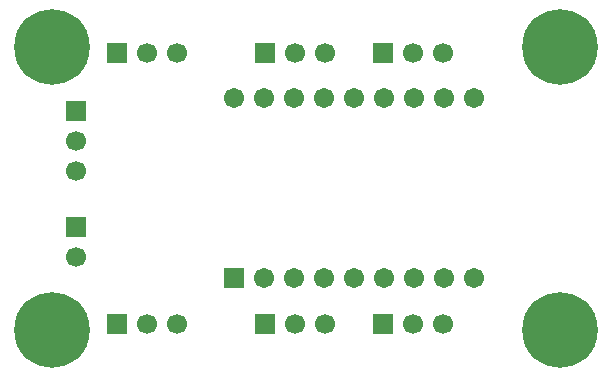
<source format=gbr>
%TF.GenerationSoftware,KiCad,Pcbnew,9.0.6*%
%TF.CreationDate,2025-12-17T16:55:43-07:00*%
%TF.ProjectId,fizzbee,66697a7a-6265-4652-9e6b-696361645f70,rev?*%
%TF.SameCoordinates,Original*%
%TF.FileFunction,Soldermask,Bot*%
%TF.FilePolarity,Negative*%
%FSLAX46Y46*%
G04 Gerber Fmt 4.6, Leading zero omitted, Abs format (unit mm)*
G04 Created by KiCad (PCBNEW 9.0.6) date 2025-12-17 16:55:43*
%MOMM*%
%LPD*%
G01*
G04 APERTURE LIST*
G04 Aperture macros list*
%AMRoundRect*
0 Rectangle with rounded corners*
0 $1 Rounding radius*
0 $2 $3 $4 $5 $6 $7 $8 $9 X,Y pos of 4 corners*
0 Add a 4 corners polygon primitive as box body*
4,1,4,$2,$3,$4,$5,$6,$7,$8,$9,$2,$3,0*
0 Add four circle primitives for the rounded corners*
1,1,$1+$1,$2,$3*
1,1,$1+$1,$4,$5*
1,1,$1+$1,$6,$7*
1,1,$1+$1,$8,$9*
0 Add four rect primitives between the rounded corners*
20,1,$1+$1,$2,$3,$4,$5,0*
20,1,$1+$1,$4,$5,$6,$7,0*
20,1,$1+$1,$6,$7,$8,$9,0*
20,1,$1+$1,$8,$9,$2,$3,0*%
G04 Aperture macros list end*
%ADD10C,3.200000*%
%ADD11C,6.400000*%
%ADD12R,1.700000X1.700000*%
%ADD13C,1.700000*%
%ADD14C,1.712000*%
%ADD15RoundRect,0.102000X0.754000X-0.754000X0.754000X0.754000X-0.754000X0.754000X-0.754000X-0.754000X0*%
G04 APERTURE END LIST*
D10*
%TO.C,*%
X162753446Y-82832340D03*
%TD*%
%TO.C,REF\u002A\u002A*%
X119753446Y-82832340D03*
%TD*%
%TO.C,*%
X162753446Y-106832340D03*
%TD*%
D11*
%TO.C,REF\u002A\u002A*%
X119753446Y-82832340D03*
%TD*%
D12*
%TO.C,J7*%
X125253446Y-106332340D03*
D13*
X127793446Y-106332340D03*
X130333446Y-106332340D03*
%TD*%
D10*
%TO.C,*%
X119753446Y-106832340D03*
%TD*%
D12*
%TO.C,J4*%
X137753446Y-83332340D03*
D13*
X140293446Y-83332340D03*
X142833446Y-83332340D03*
%TD*%
D11*
%TO.C,REF\u002A\u002A*%
X162753446Y-106832340D03*
%TD*%
D12*
%TO.C,J1*%
X121753446Y-98057340D03*
D13*
X121753446Y-100597340D03*
%TD*%
D12*
%TO.C,J6*%
X125253446Y-83332340D03*
D13*
X127793446Y-83332340D03*
X130333446Y-83332340D03*
%TD*%
D12*
%TO.C,J5*%
X147753446Y-83332340D03*
D13*
X150293446Y-83332340D03*
X152833446Y-83332340D03*
%TD*%
D12*
%TO.C,J3*%
X147713446Y-106332340D03*
D13*
X150253446Y-106332340D03*
X152793446Y-106332340D03*
%TD*%
D11*
%TO.C,REF\u002A\u002A*%
X162753446Y-82832340D03*
%TD*%
%TO.C,REF\u002A\u002A*%
X119753446Y-106832340D03*
%TD*%
D12*
%TO.C,J8*%
X121753446Y-88292340D03*
D13*
X121753446Y-90832340D03*
X121753446Y-93372340D03*
%TD*%
D12*
%TO.C,J2*%
X137753446Y-106332340D03*
D13*
X140293446Y-106332340D03*
X142833446Y-106332340D03*
%TD*%
D14*
%TO.C,U1*%
X142713446Y-102452340D03*
X145253446Y-102452340D03*
X147793446Y-102452340D03*
X140173446Y-102452340D03*
X150333446Y-102452340D03*
X152873446Y-102452340D03*
D15*
X135093446Y-102452340D03*
D14*
X155413446Y-102452340D03*
X155413446Y-87212340D03*
X152873446Y-87212340D03*
X150333446Y-87212340D03*
X147793446Y-87212340D03*
X145253446Y-87212340D03*
X142713446Y-87212340D03*
X140173446Y-87212340D03*
X137633446Y-102452340D03*
X137633446Y-87212340D03*
X135093446Y-87212340D03*
%TD*%
M02*

</source>
